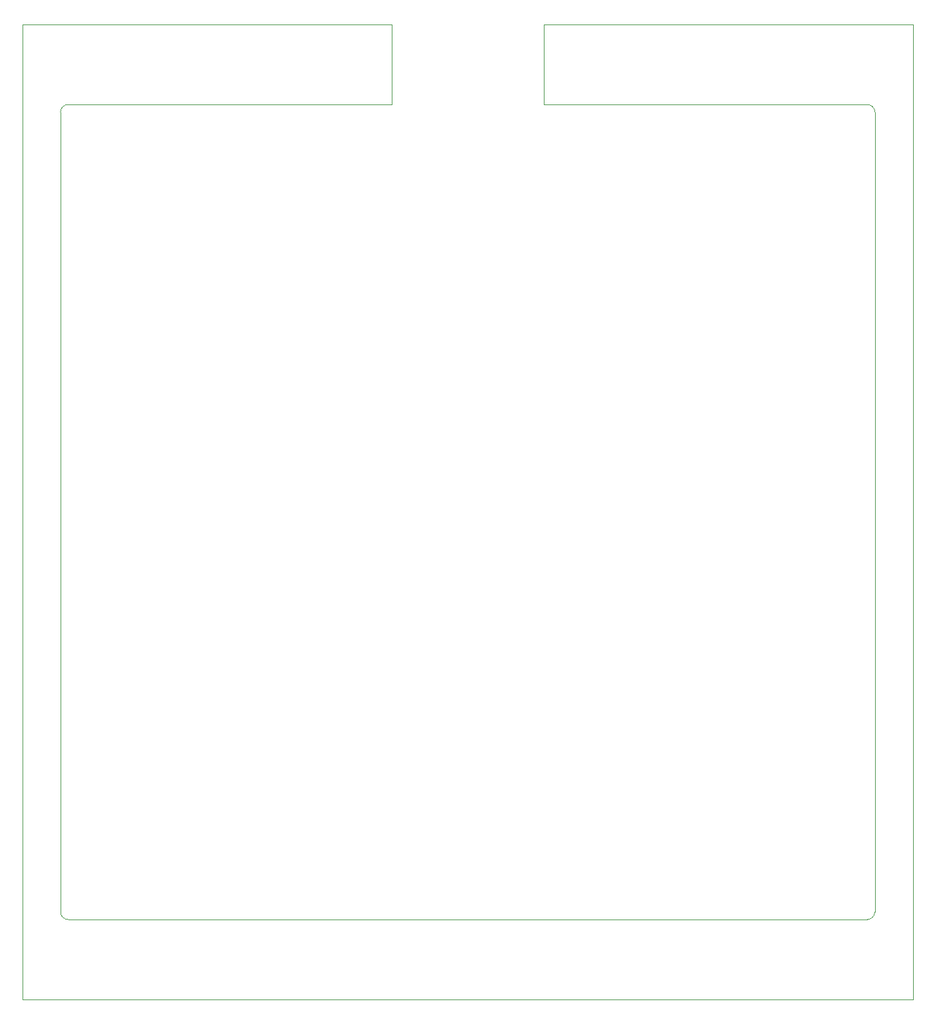
<source format=gbr>
G04 #@! TF.GenerationSoftware,KiCad,Pcbnew,(5.1.2)-2*
G04 #@! TF.CreationDate,2019-09-25T13:34:38+02:00*
G04 #@! TF.ProjectId,foam-template,666f616d-2d74-4656-9d70-6c6174652e6b,rev?*
G04 #@! TF.SameCoordinates,Original*
G04 #@! TF.FileFunction,Profile,NP*
%FSLAX46Y46*%
G04 Gerber Fmt 4.6, Leading zero omitted, Abs format (unit mm)*
G04 Created by KiCad (PCBNEW (5.1.2)-2) date 2019-09-25 13:34:38*
%MOMM*%
%LPD*%
G04 APERTURE LIST*
%ADD10C,0.050000*%
G04 APERTURE END LIST*
D10*
X110000000Y-36000000D02*
X158500000Y-36000000D01*
X110000000Y-36000000D02*
X110000000Y-46500000D01*
X158500000Y-36000000D02*
X158500000Y-164000000D01*
X158500000Y-164000000D02*
X41500000Y-164000000D01*
X153500000Y-47500000D02*
X153500000Y-152500000D01*
X152500000Y-153500000D02*
X47500000Y-153500000D01*
X153500000Y-152500000D02*
G75*
G02X152500000Y-153500000I-1000000J0D01*
G01*
X152500000Y-46500000D02*
G75*
G02X153500000Y-47500000I0J-1000000D01*
G01*
X110000000Y-46500000D02*
X152500000Y-46500000D01*
X41500000Y-164000000D02*
X41500000Y-36000000D01*
X90000000Y-36000000D02*
X41500000Y-36000000D01*
X47500000Y-46500000D02*
X90000000Y-46500000D01*
X90000000Y-36000000D02*
X90000000Y-46500000D01*
X47500000Y-153500000D02*
G75*
G02X46500000Y-152500000I0J1000000D01*
G01*
X46500000Y-47500000D02*
G75*
G02X47500000Y-46500000I1000000J0D01*
G01*
X46500000Y-152500000D02*
X46500000Y-47500000D01*
M02*

</source>
